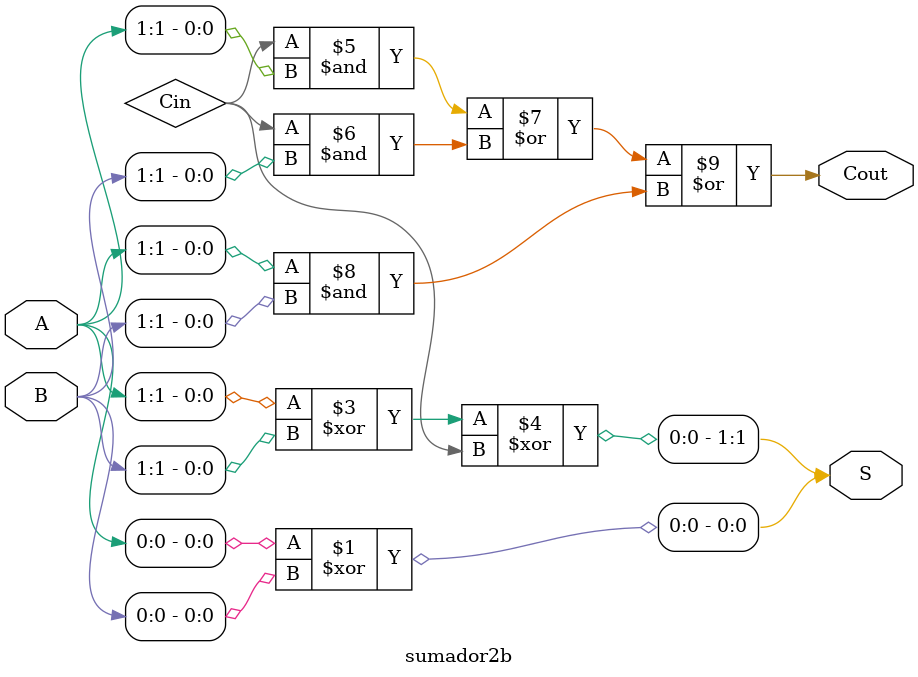
<source format=v>
`timescale 1ns / 1ps


module sumador2b(
    B, 
    A,
    Cout,
    S
);

input [1:0] A;
input [1:0] B;
output [1:0] S;
output Cout;

wire carry;
wire Cy0;
wire Cin;

assign carry = Cy0;

/*Medio sumador*/
assign S[0] = A[0] ^ B[0];
assign Cy0 = A[0] & B[0];

/*Sumador Completo*/
assign S[1] = A[1] ^ B[1] ^ Cin;
assign Cout = (Cin & A[1]) | (Cin & B[1]) | (A[1] & B[1]);



endmodule

</source>
